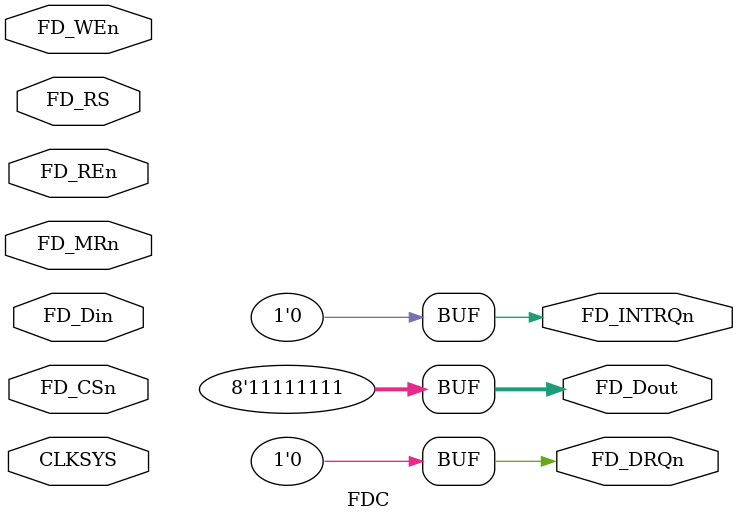
<source format=v>
module FDC(	// file.cleaned.mlir:2:3
  input        CLKSYS,	// file.cleaned.mlir:2:21
               FD_MRn,	// file.cleaned.mlir:2:38
  input  [7:0] FD_Din,	// file.cleaned.mlir:2:55
  input  [2:0] FD_RS,	// file.cleaned.mlir:2:72
  input        FD_CSn,	// file.cleaned.mlir:2:88
               FD_WEn,	// file.cleaned.mlir:2:105
               FD_REn,	// file.cleaned.mlir:2:122
  output [7:0] FD_Dout,	// file.cleaned.mlir:2:140
  output       FD_DRQn,	// file.cleaned.mlir:2:158
               FD_INTRQn	// file.cleaned.mlir:2:176
);

  assign FD_Dout = 8'hFF;	// file.cleaned.mlir:3:15, :5:5
  assign FD_DRQn = 1'h0;	// file.cleaned.mlir:4:14, :5:5
  assign FD_INTRQn = 1'h0;	// file.cleaned.mlir:4:14, :5:5
endmodule


</source>
